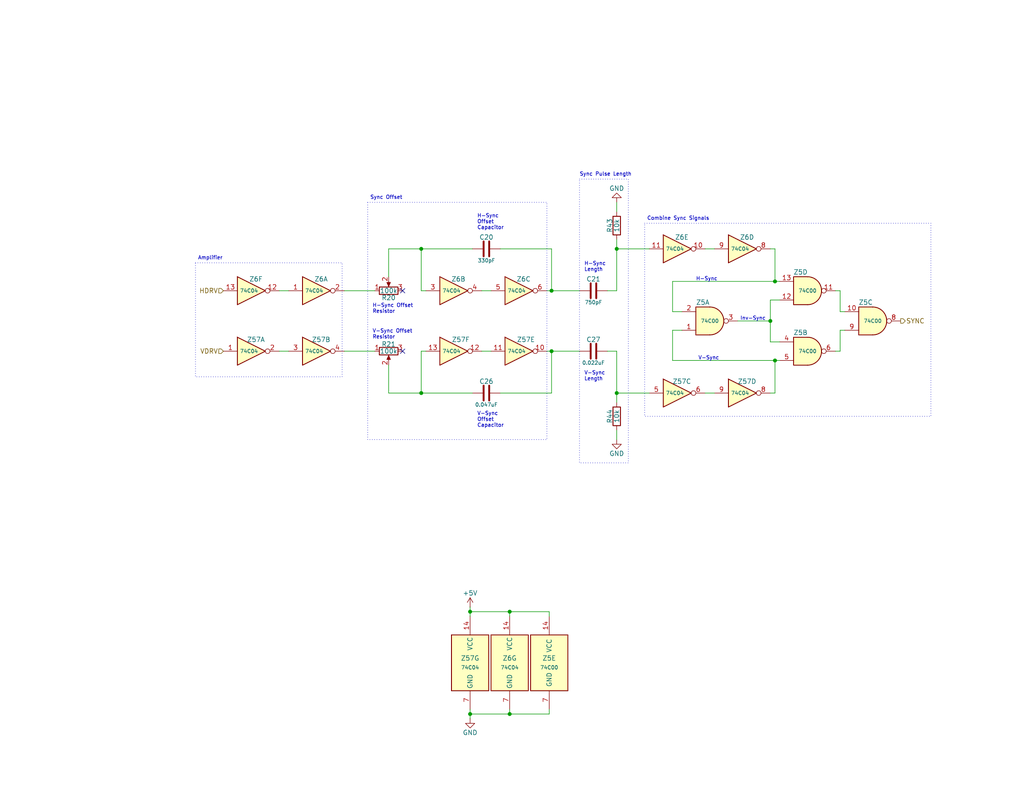
<source format=kicad_sch>
(kicad_sch (version 20231120) (generator "eeschema") (generator_version "8.0")
  (paper "USLetter")
  (title_block (title "TRS-80 Model I Rev D") (date "2024-11-20") (rev "E1A-D") (company "RetroStack - Marcel Erz") (comment 2 "Circuit to combine sync signals and defining front- and back-porches in video signal") (comment 4 "Video Sync"))
  (lib_symbols
    (symbol "74xx:74LS00" (pin_names (offset 1.016))
      (property "Reference" "U" (at 0 1.27 0))
      (property "Value" "74LS00" (at 0 -1.27 0))
      (symbol "74LS00_1_1"
        (arc (start 0 -3.81) (mid 3.7934 0) (end 0 3.81) (stroke (width 0.254)) (fill (type background)))
        (polyline (pts (xy 0 3.81) (xy -3.81 3.81) (xy -3.81 -3.81) (xy 0 -3.81)) (stroke (width 0.254)) (fill (type background)))
        (pin input line (at -7.62 2.54 0) (length 3.81) (name "~") (number "1"))
        (pin input line (at -7.62 -2.54 0) (length 3.81) (name "~") (number "2"))
        (pin output inverted (at 7.62 0 180) (length 3.81) (name "~") (number "3"))
      )
      (symbol "74LS00_1_2"
        (arc (start -3.81 -3.81) (mid -2.589 0) (end -3.81 3.81) (stroke (width 0.254)))
        (arc (start -0.6096 -3.81) (mid 2.1842 -2.5851) (end 3.81 0) (stroke (width 0.254)) (fill (type background)))
        (polyline (pts (xy -3.81 -3.81) (xy -0.635 -3.81)) (stroke (width 0.254)) (fill (type background)))
        (polyline (pts (xy -3.81 3.81) (xy -0.635 3.81)) (stroke (width 0.254)) (fill (type background)))
        (polyline (pts (xy -0.635 3.81) (xy -3.81 3.81) (xy -3.81 3.81) (xy -3.556 3.4036) (xy -3.0226 2.2606) (xy -2.6924 1.0414) (xy -2.6162 -0.254) (xy -2.7686 -1.4986) (xy -3.175 -2.7178) (xy -3.81 -3.81) (xy -3.81 -3.81) (xy -0.635 -3.81)) (stroke (width -25.4)) (fill (type background)))
        (arc (start 3.81 0) (mid 2.1915 2.5936) (end -0.6096 3.81) (stroke (width 0.254)) (fill (type background)))
        (pin input inverted (at -7.62 2.54 0) (length 4.318) (name "~") (number "1"))
        (pin input inverted (at -7.62 -2.54 0) (length 4.318) (name "~") (number "2"))
        (pin output line (at 7.62 0 180) (length 3.81) (name "~") (number "3"))
      )
      (symbol "74LS00_2_1"
        (arc (start 0 -3.81) (mid 3.7934 0) (end 0 3.81) (stroke (width 0.254)) (fill (type background)))
        (polyline (pts (xy 0 3.81) (xy -3.81 3.81) (xy -3.81 -3.81) (xy 0 -3.81)) (stroke (width 0.254)) (fill (type background)))
        (pin input line (at -7.62 2.54 0) (length 3.81) (name "~") (number "4"))
        (pin input line (at -7.62 -2.54 0) (length 3.81) (name "~") (number "5"))
        (pin output inverted (at 7.62 0 180) (length 3.81) (name "~") (number "6"))
      )
      (symbol "74LS00_2_2"
        (arc (start -3.81 -3.81) (mid -2.589 0) (end -3.81 3.81) (stroke (width 0.254)))
        (arc (start -0.6096 -3.81) (mid 2.1842 -2.5851) (end 3.81 0) (stroke (width 0.254)) (fill (type background)))
        (polyline (pts (xy -3.81 -3.81) (xy -0.635 -3.81)) (stroke (width 0.254)) (fill (type background)))
        (polyline (pts (xy -3.81 3.81) (xy -0.635 3.81)) (stroke (width 0.254)) (fill (type background)))
        (polyline (pts (xy -0.635 3.81) (xy -3.81 3.81) (xy -3.81 3.81) (xy -3.556 3.4036) (xy -3.0226 2.2606) (xy -2.6924 1.0414) (xy -2.6162 -0.254) (xy -2.7686 -1.4986) (xy -3.175 -2.7178) (xy -3.81 -3.81) (xy -3.81 -3.81) (xy -0.635 -3.81)) (stroke (width -25.4)) (fill (type background)))
        (arc (start 3.81 0) (mid 2.1915 2.5936) (end -0.6096 3.81) (stroke (width 0.254)) (fill (type background)))
        (pin input inverted (at -7.62 2.54 0) (length 4.318) (name "~") (number "4"))
        (pin input inverted (at -7.62 -2.54 0) (length 4.318) (name "~") (number "5"))
        (pin output line (at 7.62 0 180) (length 3.81) (name "~") (number "6"))
      )
      (symbol "74LS00_3_1"
        (arc (start 0 -3.81) (mid 3.7934 0) (end 0 3.81) (stroke (width 0.254)) (fill (type background)))
        (polyline (pts (xy 0 3.81) (xy -3.81 3.81) (xy -3.81 -3.81) (xy 0 -3.81)) (stroke (width 0.254)) (fill (type background)))
        (pin input line (at -7.62 -2.54 0) (length 3.81) (name "~") (number "10"))
        (pin output inverted (at 7.62 0 180) (length 3.81) (name "~") (number "8"))
        (pin input line (at -7.62 2.54 0) (length 3.81) (name "~") (number "9"))
      )
      (symbol "74LS00_3_2"
        (arc (start -3.81 -3.81) (mid -2.589 0) (end -3.81 3.81) (stroke (width 0.254)))
        (arc (start -0.6096 -3.81) (mid 2.1842 -2.5851) (end 3.81 0) (stroke (width 0.254)) (fill (type background)))
        (polyline (pts (xy -3.81 -3.81) (xy -0.635 -3.81)) (stroke (width 0.254)) (fill (type background)))
        (polyline (pts (xy -3.81 3.81) (xy -0.635 3.81)) (stroke (width 0.254)) (fill (type background)))
        (polyline (pts (xy -0.635 3.81) (xy -3.81 3.81) (xy -3.81 3.81) (xy -3.556 3.4036) (xy -3.0226 2.2606) (xy -2.6924 1.0414) (xy -2.6162 -0.254) (xy -2.7686 -1.4986) (xy -3.175 -2.7178) (xy -3.81 -3.81) (xy -3.81 -3.81) (xy -0.635 -3.81)) (stroke (width -25.4)) (fill (type background)))
        (arc (start 3.81 0) (mid 2.1915 2.5936) (end -0.6096 3.81) (stroke (width 0.254)) (fill (type background)))
        (pin input inverted (at -7.62 -2.54 0) (length 4.318) (name "~") (number "10"))
        (pin output line (at 7.62 0 180) (length 3.81) (name "~") (number "8"))
        (pin input inverted (at -7.62 2.54 0) (length 4.318) (name "~") (number "9"))
      )
      (symbol "74LS00_4_1"
        (arc (start 0 -3.81) (mid 3.7934 0) (end 0 3.81) (stroke (width 0.254)) (fill (type background)))
        (polyline (pts (xy 0 3.81) (xy -3.81 3.81) (xy -3.81 -3.81) (xy 0 -3.81)) (stroke (width 0.254)) (fill (type background)))
        (pin output inverted (at 7.62 0 180) (length 3.81) (name "~") (number "11"))
        (pin input line (at -7.62 2.54 0) (length 3.81) (name "~") (number "12"))
        (pin input line (at -7.62 -2.54 0) (length 3.81) (name "~") (number "13"))
      )
      (symbol "74LS00_4_2"
        (arc (start -3.81 -3.81) (mid -2.589 0) (end -3.81 3.81) (stroke (width 0.254)))
        (arc (start -0.6096 -3.81) (mid 2.1842 -2.5851) (end 3.81 0) (stroke (width 0.254)) (fill (type background)))
        (polyline (pts (xy -3.81 -3.81) (xy -0.635 -3.81)) (stroke (width 0.254)) (fill (type background)))
        (polyline (pts (xy -3.81 3.81) (xy -0.635 3.81)) (stroke (width 0.254)) (fill (type background)))
        (polyline (pts (xy -0.635 3.81) (xy -3.81 3.81) (xy -3.81 3.81) (xy -3.556 3.4036) (xy -3.0226 2.2606) (xy -2.6924 1.0414) (xy -2.6162 -0.254) (xy -2.7686 -1.4986) (xy -3.175 -2.7178) (xy -3.81 -3.81) (xy -3.81 -3.81) (xy -0.635 -3.81)) (stroke (width -25.4)) (fill (type background)))
        (arc (start 3.81 0) (mid 2.1915 2.5936) (end -0.6096 3.81) (stroke (width 0.254)) (fill (type background)))
        (pin output line (at 7.62 0 180) (length 3.81) (name "~") (number "11"))
        (pin input inverted (at -7.62 2.54 0) (length 4.318) (name "~") (number "12"))
        (pin input inverted (at -7.62 -2.54 0) (length 4.318) (name "~") (number "13"))
      )
      (symbol "74LS00_5_0"
        (pin power_in line (at 0 12.7 270) (length 5.08) (name "VCC") (number "14"))
        (pin power_in line (at 0 -12.7 90) (length 5.08) (name "GND") (number "7"))
      )
      (symbol "74LS00_5_1"
        (rectangle (start -5.08 7.62) (end 5.08 -7.62) (stroke (width 0.254)) (fill (type background)))
      )
    )
    (symbol "74xx:74LS04"
      (property "Reference" "U" (at 0 1.27 0))
      (property "Value" "74LS04" (at 0 -1.27 0))
      (symbol "74LS04_1_0"
        (polyline (pts (xy -3.81 3.81) (xy -3.81 -3.81) (xy 3.81 0) (xy -3.81 3.81)) (stroke (width 0.254)) (fill (type background)))
        (pin input line (at -7.62 0 0) (length 3.81) (name "~") (number "1"))
        (pin output inverted (at 7.62 0 180) (length 3.81) (name "~") (number "2"))
      )
      (symbol "74LS04_2_0"
        (polyline (pts (xy -3.81 3.81) (xy -3.81 -3.81) (xy 3.81 0) (xy -3.81 3.81)) (stroke (width 0.254)) (fill (type background)))
        (pin input line (at -7.62 0 0) (length 3.81) (name "~") (number "3"))
        (pin output inverted (at 7.62 0 180) (length 3.81) (name "~") (number "4"))
      )
      (symbol "74LS04_3_0"
        (polyline (pts (xy -3.81 3.81) (xy -3.81 -3.81) (xy 3.81 0) (xy -3.81 3.81)) (stroke (width 0.254)) (fill (type background)))
        (pin input line (at -7.62 0 0) (length 3.81) (name "~") (number "5"))
        (pin output inverted (at 7.62 0 180) (length 3.81) (name "~") (number "6"))
      )
      (symbol "74LS04_4_0"
        (polyline (pts (xy -3.81 3.81) (xy -3.81 -3.81) (xy 3.81 0) (xy -3.81 3.81)) (stroke (width 0.254)) (fill (type background)))
        (pin output inverted (at 7.62 0 180) (length 3.81) (name "~") (number "8"))
        (pin input line (at -7.62 0 0) (length 3.81) (name "~") (number "9"))
      )
      (symbol "74LS04_5_0"
        (polyline (pts (xy -3.81 3.81) (xy -3.81 -3.81) (xy 3.81 0) (xy -3.81 3.81)) (stroke (width 0.254)) (fill (type background)))
        (pin output inverted (at 7.62 0 180) (length 3.81) (name "~") (number "10"))
        (pin input line (at -7.62 0 0) (length 3.81) (name "~") (number "11"))
      )
      (symbol "74LS04_6_0"
        (polyline (pts (xy -3.81 3.81) (xy -3.81 -3.81) (xy 3.81 0) (xy -3.81 3.81)) (stroke (width 0.254)) (fill (type background)))
        (pin output inverted (at 7.62 0 180) (length 3.81) (name "~") (number "12"))
        (pin input line (at -7.62 0 0) (length 3.81) (name "~") (number "13"))
      )
      (symbol "74LS04_7_0"
        (pin power_in line (at 0 12.7 270) (length 5.08) (name "VCC") (number "14"))
        (pin power_in line (at 0 -12.7 90) (length 5.08) (name "GND") (number "7"))
      )
      (symbol "74LS04_7_1"
        (rectangle (start -5.08 7.62) (end 5.08 -7.62) (stroke (width 0.254)) (fill (type background)))
      )
    )
    (symbol "Device:C" (pin_numbers hide) (pin_names (offset 0.254))
      (property "Reference" "C" (at 0.635 2.54 0))
      (property "Value" "C" (at 0.635 -2.54 0))
      (symbol "C_0_1"
        (polyline (pts (xy -2.032 -0.762) (xy 2.032 -0.762)) (stroke (width 0.508)))
        (polyline (pts (xy -2.032 0.762) (xy 2.032 0.762)) (stroke (width 0.508)))
      )
      (symbol "C_1_1"
        (pin passive line (at 0 3.81 270) (length 2.794) (name "~") (number "1"))
        (pin passive line (at 0 -3.81 90) (length 2.794) (name "~") (number "2"))
      )
    )
    (symbol "Device:R" (pin_numbers hide) (pin_names (offset 0))
      (property "Reference" "R" (at 2.032 0 90))
      (property "Value" "R" (at 0 0 90))
      (symbol "R_0_1"
        (rectangle (start -1.016 -2.54) (end 1.016 2.54) (stroke (width 0.254)))
      )
      (symbol "R_1_1"
        (pin passive line (at 0 3.81 270) (length 1.27) (name "~") (number "1"))
        (pin passive line (at 0 -3.81 90) (length 1.27) (name "~") (number "2"))
      )
    )
    (symbol "Device:R_Potentiometer" (pin_names (offset 1.016) hide)
      (property "Reference" "RV" (at -4.445 0 90))
      (property "Value" "R_Potentiometer" (at -2.54 0 90))
      (symbol "R_Potentiometer_0_1"
        (polyline (pts (xy 2.54 0) (xy 1.524 0)))
        (polyline (pts (xy 1.143 0) (xy 2.286 0.508) (xy 2.286 -0.508) (xy 1.143 0)) (fill (type outline)))
        (rectangle (start 1.016 2.54) (end -1.016 -2.54) (stroke (width 0.254)))
      )
      (symbol "R_Potentiometer_1_1"
        (pin passive line (at 0 3.81 270) (length 1.27) (name "1") (number "1"))
        (pin passive line (at 3.81 0 180) (length 1.27) (name "2") (number "2"))
        (pin passive line (at 0 -3.81 90) (length 1.27) (name "3") (number "3"))
      )
    )
    (symbol "power:+5V" (power) (pin_numbers hide) (pin_names (offset 0) hide)
      (property "Value" "+5V" (at 0 3.556 0))
      (symbol "+5V_0_1"
        (polyline (pts (xy -0.762 1.27) (xy 0 2.54)))
        (polyline (pts (xy 0 0) (xy 0 2.54)))
        (polyline (pts (xy 0 2.54) (xy 0.762 1.27)))
      )
      (symbol "+5V_1_1"
        (pin power_in line (at 0 0 90) (length 0) (name "~") (number "1"))
      )
    )
    (symbol "power:GND" (power) (pin_numbers hide) (pin_names (offset 0) hide)
      (property "Value" "GND" (at 0 -3.81 0))
      (symbol "GND_0_1"
        (polyline (pts (xy 0 0) (xy 0 -1.27) (xy 1.27 -1.27) (xy 0 -2.54) (xy -1.27 -1.27) (xy 0 -1.27)))
      )
      (symbol "GND_1_1"
        (pin power_in line (at 0 0 270) (length 0) (name "~") (number "1"))
      )
    )
  )
  (junction (at 114.935 107.315))
  (junction (at 150.495 95.885))
  (junction (at 150.495 79.375))
  (junction (at 139.065 167.005))
  (junction (at 168.275 67.945))
  (junction (at 211.455 76.835))
  (junction (at 210.185 87.63))
  (junction (at 211.455 98.425))
  (junction (at 168.275 107.315))
  (junction (at 128.27 194.945))
  (junction (at 139.065 194.945))
  (junction (at 114.935 67.945))
  (junction (at 128.27 167.005))
  (no_connect (at 109.855 95.885))
  (no_connect (at 109.855 79.375))
  (wire (pts (xy 183.515 90.17) (xy 183.515 98.425)))
  (wire (pts (xy 168.275 109.855) (xy 168.275 107.315)))
  (wire (pts (xy 150.495 67.945) (xy 150.495 79.375)))
  (wire (pts (xy 168.275 65.405) (xy 168.275 67.945)))
  (wire (pts (xy 128.27 167.005) (xy 139.065 167.005)))
  (wire (pts (xy 131.445 95.885) (xy 133.985 95.885)))
  (wire (pts (xy 210.185 107.315) (xy 211.455 107.315)))
  (wire (pts (xy 128.27 165.735) (xy 128.27 167.005)))
  (wire (pts (xy 150.495 79.375) (xy 149.225 79.375)))
  (wire (pts (xy 149.86 168.275) (xy 149.86 167.005)))
  (wire (pts (xy 211.455 67.945) (xy 211.455 76.835)))
  (wire (pts (xy 150.495 79.375) (xy 158.115 79.375)))
  (wire (pts (xy 211.455 107.315) (xy 211.455 98.425)))
  (wire (pts (xy 168.275 55.245) (xy 168.275 57.785)))
  (wire (pts (xy 139.065 194.945) (xy 128.27 194.945)))
  (wire (pts (xy 76.2 95.885) (xy 78.74 95.885)))
  (wire (pts (xy 149.86 193.675) (xy 149.86 194.945)))
  (wire (pts (xy 211.455 98.425) (xy 212.725 98.425)))
  (wire (pts (xy 165.735 79.375) (xy 168.275 79.375)))
  (wire (pts (xy 149.225 95.885) (xy 150.495 95.885)))
  (wire (pts (xy 150.495 107.315) (xy 150.495 95.885)))
  (wire (pts (xy 227.965 79.375) (xy 229.235 79.375)))
  (wire (pts (xy 168.275 120.015) (xy 168.275 117.475)))
  (wire (pts (xy 114.935 107.315) (xy 106.045 107.315)))
  (wire (pts (xy 114.935 67.945) (xy 128.905 67.945)))
  (wire (pts (xy 183.515 76.835) (xy 211.455 76.835)))
  (wire (pts (xy 210.185 67.945) (xy 211.455 67.945)))
  (wire (pts (xy 183.515 98.425) (xy 211.455 98.425)))
  (wire (pts (xy 229.235 85.09) (xy 230.505 85.09)))
  (wire (pts (xy 136.525 67.945) (xy 150.495 67.945)))
  (wire (pts (xy 168.275 79.375) (xy 168.275 67.945)))
  (wire (pts (xy 139.065 193.675) (xy 139.065 194.945)))
  (wire (pts (xy 194.945 67.945) (xy 192.405 67.945)))
  (wire (pts (xy 114.935 67.945) (xy 106.045 67.945)))
  (wire (pts (xy 106.045 107.315) (xy 106.045 99.695)))
  (wire (pts (xy 210.185 81.915) (xy 210.185 87.63)))
  (wire (pts (xy 227.965 95.885) (xy 229.235 95.885)))
  (wire (pts (xy 186.055 85.09) (xy 183.515 85.09)))
  (wire (pts (xy 93.98 95.885) (xy 102.235 95.885)))
  (wire (pts (xy 229.235 90.17) (xy 230.505 90.17)))
  (wire (pts (xy 149.86 167.005) (xy 139.065 167.005)))
  (wire (pts (xy 201.295 87.63) (xy 210.185 87.63)))
  (wire (pts (xy 192.405 107.315) (xy 194.945 107.315)))
  (wire (pts (xy 76.2 79.375) (xy 78.74 79.375)))
  (wire (pts (xy 211.455 76.835) (xy 212.725 76.835)))
  (wire (pts (xy 136.525 107.315) (xy 150.495 107.315)))
  (wire (pts (xy 116.205 79.375) (xy 114.935 79.375)))
  (wire (pts (xy 212.725 81.915) (xy 210.185 81.915)))
  (wire (pts (xy 93.98 79.375) (xy 102.235 79.375)))
  (wire (pts (xy 210.185 93.345) (xy 212.725 93.345)))
  (wire (pts (xy 139.065 168.275) (xy 139.065 167.005)))
  (wire (pts (xy 149.86 194.945) (xy 139.065 194.945)))
  (wire (pts (xy 128.27 168.275) (xy 128.27 167.005)))
  (wire (pts (xy 210.185 87.63) (xy 210.185 93.345)))
  (wire (pts (xy 229.235 79.375) (xy 229.235 85.09)))
  (wire (pts (xy 229.235 95.885) (xy 229.235 90.17)))
  (wire (pts (xy 116.205 95.885) (xy 114.935 95.885)))
  (wire (pts (xy 150.495 95.885) (xy 158.115 95.885)))
  (wire (pts (xy 168.275 67.945) (xy 177.165 67.945)))
  (wire (pts (xy 186.055 90.17) (xy 183.515 90.17)))
  (wire (pts (xy 177.165 107.315) (xy 168.275 107.315)))
  (wire (pts (xy 128.27 193.675) (xy 128.27 194.945)))
  (wire (pts (xy 114.935 107.315) (xy 128.905 107.315)))
  (wire (pts (xy 114.935 79.375) (xy 114.935 67.945)))
  (wire (pts (xy 106.045 67.945) (xy 106.045 75.565)))
  (wire (pts (xy 183.515 85.09) (xy 183.515 76.835)))
  (wire (pts (xy 131.445 79.375) (xy 133.985 79.375)))
  (wire (pts (xy 168.275 95.885) (xy 165.735 95.885)))
  (wire (pts (xy 168.275 107.315) (xy 168.275 95.885)))
  (wire (pts (xy 114.935 95.885) (xy 114.935 107.315)))
  (wire (pts (xy 128.27 194.945) (xy 128.27 196.215)))
  (rectangle (start 158.115 48.895) (end 171.45 126.365) (stroke (width 0) (type dot)))
  (rectangle (start 100.33 55.245) (end 149.225 120.015) (stroke (width 0) (type dot)))
  (rectangle (start 53.34 71.755) (end 93.345 102.87) (stroke (width 0) (type dot)))
  (rectangle (start 175.895 60.96) (end 254 113.665) (stroke (width 0) (type dot)))
  (text "Amplifier" (at 53.975 71.12 0) (effects (font (size 1 1)) (justify left bottom)))
  (text "Sync Offset" (at 100.965 54.61 0) (effects (font (size 1 1)) (justify left bottom)))
  (text "H-Sync" (at 189.865 76.835 0) (effects (font (size 1 1)) (justify left bottom)))
  (text "V-Sync\nOffset\nCapacitor" (at 130.175 116.84 0) (effects (font (size 1 1)) (justify left bottom)))
  (text "V-Sync" (at 190.5 98.425 0) (effects (font (size 1 1)) (justify left bottom)))
  (text "Inv-Sync" (at 201.93 87.63 0) (effects (font (size 1 1)) (justify left bottom)))
  (text "H-Sync\nOffset\nCapacitor" (at 130.175 62.865 0) (effects (font (size 1 1)) (justify left bottom)))
  (text "Sync Pulse Length" (at 158.115 48.26 0) (effects (font (size 1 1)) (justify left bottom)))
  (text "V-Sync\nLength" (at 159.385 104.14 0) (effects (font (size 1 1)) (justify left bottom)))
  (text "V-Sync Offset\nResistor" (at 101.6 92.71 0) (effects (font (size 1 1)) (justify left bottom)))
  (text "H-Sync\nLength" (at 159.385 74.295 0) (effects (font (size 1 1)) (justify left bottom)))
  (text "Combine Sync Signals" (at 176.53 60.325 0) (effects (font (size 1 1)) (justify left bottom)))
  (text "H-Sync Offset\nResistor" (at 101.6 85.725 0) (effects (font (size 1 1)) (justify left bottom)))
  (hierarchical_label "VDRV" (shape input) (at 60.96 95.885 180))
  (hierarchical_label "HDRV" (shape input) (at 60.96 79.375 180))
  (hierarchical_label "SYNC" (shape output) (at 245.745 87.63 0))
  (symbol (lib_id "74xx:74LS04") (at 202.565 107.315 0) (unit 4)
    (property "Reference" "Z57" (at 203.835 104.14 0))
    (property "Value" "74C04" (at 201.93 107.315 0) (effects (font (size 1 1))))
    (property "Footprint" "RetroStackLibrary:TRS80_Model_I_DIP14" (effects (hide yes)))
    (property "Datasheet" "http://www.ti.com/lit/gpn/sn74LS04" (effects (hide yes)))
  )
  (symbol (lib_id "74xx:74LS00") (at 220.345 79.375 0) (mirror x) (unit 4)
    (property "Reference" "Z5" (at 218.44 74.295 0))
    (property "Value" "74C00" (at 220.345 79.375 0) (effects (font (size 1 1))))
    (property "Footprint" "RetroStackLibrary:TRS80_Model_I_DIP14" (effects (hide yes)))
    (property "Datasheet" "http://www.ti.com/lit/gpn/sn74ls00" (effects (hide yes)))
  )
  (symbol (lib_id "74xx:74LS04") (at 141.605 79.375 0) (unit 3)
    (property "Reference" "Z6" (at 142.875 76.2 0))
    (property "Value" "74C04" (at 140.97 79.375 0) (effects (font (size 1 1))))
    (property "Footprint" "RetroStackLibrary:TRS80_Model_I_DIP14" (effects (hide yes)))
    (property "Datasheet" "http://www.ti.com/lit/gpn/sn74LS04" (effects (hide yes)))
  )
  (symbol (lib_id "Device:R_Potentiometer") (at 106.045 95.885 90) (mirror x) (unit 1)
    (property "Reference" "R21" (at 106.045 93.98 90))
    (property "Value" "100k" (at 106.045 95.885 90))
    (property "Footprint" "RetroStackLibrary:TRS80_Model_I_R_Pot" (effects (hide yes)))
  )
  (symbol (lib_id "74xx:74LS00") (at 193.675 87.63 0) (mirror x) (unit 1)
    (property "Reference" "Z5" (at 191.77 82.55 0))
    (property "Value" "74C00" (at 193.675 87.63 0) (effects (font (size 1 1))))
    (property "Footprint" "RetroStackLibrary:TRS80_Model_I_DIP14" (effects (hide yes)))
    (property "Datasheet" "http://www.ti.com/lit/gpn/sn74ls00" (effects (hide yes)))
  )
  (symbol (lib_id "74xx:74LS04") (at 86.36 79.375 0) (unit 1)
    (property "Reference" "Z6" (at 87.63 76.2 0))
    (property "Value" "74C04" (at 85.725 79.375 0) (effects (font (size 1 1))))
    (property "Footprint" "RetroStackLibrary:TRS80_Model_I_DIP14" (effects (hide yes)))
    (property "Datasheet" "http://www.ti.com/lit/gpn/sn74LS04" (effects (hide yes)))
  )
  (symbol (lib_id "Device:R_Potentiometer") (at 106.045 79.375 90) (unit 1)
    (property "Reference" "R20" (at 106.045 81.28 90))
    (property "Value" "100k" (at 106.045 79.375 90))
    (property "Footprint" "RetroStackLibrary:TRS80_Model_I_R_Pot" (effects (hide yes)))
  )
  (symbol (lib_id "74xx:74LS04") (at 123.825 95.885 0) (unit 6)
    (property "Reference" "Z57" (at 125.73 92.71 0))
    (property "Value" "74C04" (at 123.19 95.885 0) (effects (font (size 1 1))))
    (property "Footprint" "RetroStackLibrary:TRS80_Model_I_DIP14" (effects (hide yes)))
    (property "Datasheet" "http://www.ti.com/lit/gpn/sn74LS04" (effects (hide yes)))
  )
  (symbol (lib_id "Device:R") (at 168.275 61.595 180) (unit 1)
    (property "Reference" "R43" (at 166.37 61.595 90))
    (property "Value" "10k" (at 168.275 61.595 90))
    (property "Footprint" "RetroStackLibrary:TRS80_Model_I_R_0.25W" (effects (hide yes)))
  )
  (symbol (lib_id "Device:C") (at 161.925 95.885 90) (unit 1)
    (property "Reference" "C27" (at 161.925 92.71 90))
    (property "Value" "0.022uF" (at 161.925 99.06 90) (effects (font (size 1 1))))
    (property "Footprint" "RetroStackLibrary:TRS80_Model_I_C_Box_7.5L_5W_4.5P_Small" (effects (hide yes)))
  )
  (symbol (lib_id "Device:R") (at 168.275 113.665 180) (unit 1)
    (property "Reference" "R44" (at 166.37 113.665 90))
    (property "Value" "10k" (at 168.275 113.665 90))
    (property "Footprint" "RetroStackLibrary:TRS80_Model_I_R_0.25W" (effects (hide yes)))
  )
  (symbol (lib_id "74xx:74LS04") (at 141.605 95.885 0) (unit 5)
    (property "Reference" "Z57" (at 143.51 92.71 0))
    (property "Value" "74C04" (at 140.97 95.885 0) (effects (font (size 1 1))))
    (property "Footprint" "RetroStackLibrary:TRS80_Model_I_DIP14" (effects (hide yes)))
    (property "Datasheet" "http://www.ti.com/lit/gpn/sn74LS04" (effects (hide yes)))
  )
  (symbol (lib_id "power:GND") (at 128.27 196.215 0) (unit 1)
    (property "Reference" "#PWR0138" (effects (hide yes)))
    (property "Value" "GND" (at 128.27 200.025 0))
    (property "Description" "Power symbol creates a global label with name \"GND\" , ground" (effects (hide yes)))
  )
  (symbol (lib_id "74xx:74LS04") (at 68.58 95.885 0) (unit 1)
    (property "Reference" "Z57" (at 69.85 92.71 0))
    (property "Value" "74C04" (at 67.945 95.885 0) (effects (font (size 1 1))))
    (property "Footprint" "RetroStackLibrary:TRS80_Model_I_DIP14" (effects (hide yes)))
    (property "Datasheet" "http://www.ti.com/lit/gpn/sn74LS04" (effects (hide yes)))
  )
  (symbol (lib_id "Device:C") (at 132.715 107.315 90) (unit 1)
    (property "Reference" "C26" (at 132.715 104.14 90))
    (property "Value" "0.047uF" (at 132.715 110.49 90) (effects (font (size 1 1))))
    (property "Footprint" "RetroStackLibrary:TRS80_Model_I_C_Box_11L_5W_6P_Large" (effects (hide yes)))
  )
  (symbol (lib_id "power:GND") (at 168.275 120.015 0) (unit 1)
    (property "Reference" "#PWR04" (effects (hide yes)))
    (property "Value" "GND" (at 168.275 123.825 0))
    (property "Description" "Power symbol creates a global label with name \"GND\" , ground" (effects (hide yes)))
    (instances (project "Replica" (path "" (reference "#PWR04") (unit 1))) (project "TRS80_Model_I_G_E1" (path "" (reference "#PWR0140") (unit 1))))
  )
  (symbol (lib_id "74xx:74LS04") (at 202.565 67.945 0) (unit 4)
    (property "Reference" "Z6" (at 203.835 64.77 0))
    (property "Value" "74C04" (at 201.93 67.945 0) (effects (font (size 1 1))))
    (property "Footprint" "RetroStackLibrary:TRS80_Model_I_DIP14" (effects (hide yes)))
    (property "Datasheet" "http://www.ti.com/lit/gpn/sn74LS04" (effects (hide yes)))
  )
  (symbol (lib_id "74xx:74LS04") (at 68.58 79.375 0) (unit 6)
    (property "Reference" "Z6" (at 69.85 76.2 0))
    (property "Value" "74C04" (at 67.945 79.375 0) (effects (font (size 1 1))))
    (property "Footprint" "RetroStackLibrary:TRS80_Model_I_DIP14" (effects (hide yes)))
    (property "Datasheet" "http://www.ti.com/lit/gpn/sn74LS04" (effects (hide yes)))
  )
  (symbol (lib_id "74xx:74LS04") (at 139.065 180.975 0) (unit 7)
    (property "Reference" "Z6" (at 139.065 179.705 0))
    (property "Value" "74C04" (at 139.065 182.245 0) (effects (font (size 1 1))))
    (property "Footprint" "RetroStackLibrary:TRS80_Model_I_DIP14" (effects (hide yes)))
    (property "Datasheet" "http://www.ti.com/lit/gpn/sn74LS04" (effects (hide yes)))
  )
  (symbol (lib_id "Device:C") (at 161.925 79.375 90) (unit 1)
    (property "Reference" "C21" (at 161.925 76.2 90))
    (property "Value" "750pF" (at 161.925 82.55 90) (effects (font (size 1 1))))
    (property "Footprint" "RetroStackLibrary:TRS80_Model_I_C_Disc_9.5L_4W_6P_Small" (effects (hide yes)))
  )
  (symbol (lib_id "74xx:74LS04") (at 184.785 107.315 0) (unit 3)
    (property "Reference" "Z57" (at 186.055 104.14 0))
    (property "Value" "74C04" (at 184.15 107.315 0) (effects (font (size 1 1))))
    (property "Footprint" "RetroStackLibrary:TRS80_Model_I_DIP14" (effects (hide yes)))
    (property "Datasheet" "http://www.ti.com/lit/gpn/sn74LS04" (effects (hide yes)))
  )
  (symbol (lib_id "74xx:74LS00") (at 220.345 95.885 0) (unit 2)
    (property "Reference" "Z5" (at 218.44 90.805 0))
    (property "Value" "74C00" (at 220.345 95.885 0) (effects (font (size 1 1))))
    (property "Footprint" "RetroStackLibrary:TRS80_Model_I_DIP14" (effects (hide yes)))
    (property "Datasheet" "http://www.ti.com/lit/gpn/sn74ls00" (effects (hide yes)))
  )
  (symbol (lib_id "74xx:74LS04") (at 184.785 67.945 0) (unit 5)
    (property "Reference" "Z6" (at 186.055 64.77 0))
    (property "Value" "74C04" (at 184.15 67.945 0) (effects (font (size 1 1))))
    (property "Footprint" "RetroStackLibrary:TRS80_Model_I_DIP14" (effects (hide yes)))
    (property "Datasheet" "http://www.ti.com/lit/gpn/sn74LS04" (effects (hide yes)))
  )
  (symbol (lib_id "74xx:74LS00") (at 149.86 180.975 0) (unit 5)
    (property "Reference" "Z5" (at 149.86 179.705 0))
    (property "Value" "74C00" (at 149.86 182.245 0) (effects (font (size 1 1))))
    (property "Footprint" "RetroStackLibrary:TRS80_Model_I_DIP14" (effects (hide yes)))
    (property "Datasheet" "http://www.ti.com/lit/gpn/sn74ls00" (effects (hide yes)))
  )
  (symbol (lib_id "74xx:74LS04") (at 123.825 79.375 0) (unit 2)
    (property "Reference" "Z6" (at 125.095 76.2 0))
    (property "Value" "74C04" (at 123.19 79.375 0) (effects (font (size 1 1))))
    (property "Footprint" "RetroStackLibrary:TRS80_Model_I_DIP14" (effects (hide yes)))
    (property "Datasheet" "http://www.ti.com/lit/gpn/sn74LS04" (effects (hide yes)))
  )
  (symbol (lib_id "74xx:74LS00") (at 238.125 87.63 0) (mirror x) (unit 3)
    (property "Reference" "Z5" (at 236.22 82.55 0))
    (property "Value" "74C00" (at 238.125 87.63 0) (effects (font (size 1 1))))
    (property "Footprint" "RetroStackLibrary:TRS80_Model_I_DIP14" (effects (hide yes)))
    (property "Datasheet" "http://www.ti.com/lit/gpn/sn74ls00" (effects (hide yes)))
  )
  (symbol (lib_id "power:+5V") (at 128.27 165.735 0) (unit 1)
    (property "Reference" "#PWR0137" (effects (hide yes)))
    (property "Value" "+5V" (at 128.27 161.925 0))
    (property "Description" "Power symbol creates a global label with name \"+5V\"" (effects (hide yes)))
  )
  (symbol (lib_id "Device:C") (at 132.715 67.945 90) (unit 1)
    (property "Reference" "C20" (at 132.715 64.77 90))
    (property "Value" "330pF" (at 132.715 71.12 90) (effects (font (size 1 1))))
    (property "Footprint" "RetroStackLibrary:TRS80_Model_I_C_Disc_9.5L_4W_6P_Small" (effects (hide yes)))
  )
  (symbol (lib_id "power:GND") (at 168.275 55.245 180) (unit 1)
    (property "Reference" "#PWR03" (effects (hide yes)))
    (property "Value" "GND" (at 168.275 51.435 0))
    (property "Description" "Power symbol creates a global label with name \"GND\" , ground" (effects (hide yes)))
    (instances (project "Replica" (path "" (reference "#PWR03") (unit 1))) (project "TRS80_Model_I_G_E1" (path "" (reference "#PWR0139") (unit 1))))
  )
  (symbol (lib_id "74xx:74LS04") (at 86.36 95.885 0) (unit 2)
    (property "Reference" "Z57" (at 87.63 92.71 0))
    (property "Value" "74C04" (at 85.725 95.885 0) (effects (font (size 1 1))))
    (property "Footprint" "RetroStackLibrary:TRS80_Model_I_DIP14" (effects (hide yes)))
    (property "Datasheet" "http://www.ti.com/lit/gpn/sn74LS04" (effects (hide yes)))
  )
  (symbol (lib_id "74xx:74LS04") (at 128.27 180.975 0) (unit 7)
    (property "Reference" "Z57" (at 128.27 179.705 0))
    (property "Value" "74C04" (at 128.27 182.245 0) (effects (font (size 1 1))))
    (property "Footprint" "RetroStackLibrary:TRS80_Model_I_DIP14" (effects (hide yes)))
    (property "Datasheet" "http://www.ti.com/lit/gpn/sn74LS04" (effects (hide yes)))
  )
)
</source>
